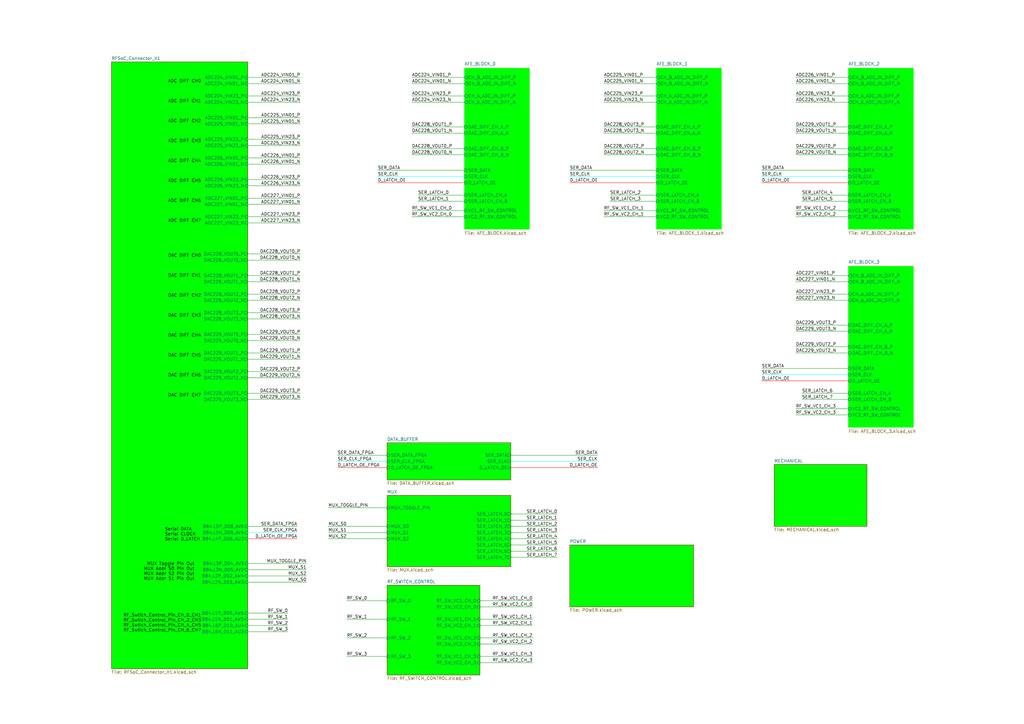
<source format=kicad_sch>
(kicad_sch (version 20250114) (generator "eeschema") (generator_version "9.0")
  (paper "A3")
  (title_block (title "Analog Front End ") (date "2025-04-16") (rev "1") (company "CERN") (comment 1 "Design by A. Jevtic"))
  (lib_symbols)
  (text "ADC DIFF CH0\n\n\n\nADC DIFF CH1\n\n\n\nADC DIFF CH2\n\n\n\nADC DIFF CH3\n\n\n\nADC DIFF CH4\n\n\n\nADC DIFF CH5\n\n\n\nADC DIFF CH6\n\n\n\nADC DIFF CH7\n\n\n\n\n\n\nDAC DIFF CH0\n\n\n\nDAC DIFF CH1\n\n\n\nDAC DIFF CH2\n\n\n\nDAC DIFF CH3\n\n\n\nDAC DIFF CH4\n\n\n\nDAC DIFF CH5\n\n\n\nDAC DIFF CH6\n\n\n\nDAC DIFF CH7" (at 75.692 97.79 0) (effects (font (size 1.27 1.27))))
  (text "RF_Swtich_Control_Pin_CH_0_CH1\nRF_Swtich_Control_Pin_CH_2_CH3\nRF_Swtich_Control_Pin_CH_4_CH5\nRF_Swtich_Control_Pin_CH_6_CH7" (at 50.546 255.524 0) (effects (font (size 1.27 1.27)) (justify left)))
  (text "Serial DATA\nSerial CLOCK\nSerial D_LATCH" (at 67.564 219.202 0) (effects (font (size 1.27 1.27)) (justify left)))
  (text "MUX Toggle Pin Out\nMUX Addr S0 Pin Out\nMUX Addr S2 Pin Out\nMUX Addr S1 Pin Out" (at 79.756 234.442 0) (effects (font (size 1.27 1.27)) (justify right)))
  (wire (pts (xy 121.92 215.9) (xy 101.6 215.9)))
  (wire (pts (xy 118.11 259.08) (xy 101.6 259.08)))
  (wire (pts (xy 125.73 238.76) (xy 101.6 238.76)))
  (wire (pts (xy 233.68 69.85) (xy 269.24 69.85)))
  (wire (pts (xy 209.55 215.9) (xy 228.6 215.9)))
  (wire (pts (xy 347.98 156.21) (xy 312.42 156.21)) (stroke (width 0) (color 255 0 0 1)))
  (wire (pts (xy 101.6 115.57) (xy 123.19 115.57)))
  (wire (pts (xy 209.55 210.82) (xy 228.6 210.82)))
  (wire (pts (xy 312.42 69.85) (xy 347.98 69.85)))
  (wire (pts (xy 209.55 213.36) (xy 228.6 213.36)))
  (wire (pts (xy 190.5 41.91) (xy 168.91 41.91)))
  (wire (pts (xy 101.6 163.83) (xy 123.19 163.83)))
  (wire (pts (xy 209.55 218.44) (xy 228.6 218.44)))
  (wire (pts (xy 154.94 69.85) (xy 190.5 69.85)))
  (wire (pts (xy 190.5 60.96) (xy 168.91 60.96)))
  (wire (pts (xy 101.6 34.29) (xy 123.19 34.29)))
  (wire (pts (xy 101.6 154.94) (xy 123.19 154.94)))
  (wire (pts (xy 138.43 191.77) (xy 158.75 191.77)) (stroke (width 0) (color 255 0 0 1)))
  (wire (pts (xy 101.6 88.9) (xy 123.19 88.9)))
  (wire (pts (xy 101.6 57.15) (xy 123.19 57.15)))
  (wire (pts (xy 101.6 147.32) (xy 123.19 147.32)))
  (wire (pts (xy 101.6 137.16) (xy 123.19 137.16)))
  (wire (pts (xy 134.62 218.44) (xy 158.75 218.44)))
  (wire (pts (xy 190.5 80.01) (xy 171.45 80.01)))
  (wire (pts (xy 209.55 191.77) (xy 245.11 191.77)) (stroke (width 0) (color 255 0 0 1)))
  (wire (pts (xy 245.11 189.23) (xy 209.55 189.23)) (stroke (width 0) (color 0 255 255 1)))
  (wire (pts (xy 347.98 52.07) (xy 326.39 52.07)))
  (wire (pts (xy 347.98 170.18) (xy 326.39 170.18)))
  (wire (pts (xy 138.43 186.69) (xy 158.75 186.69)))
  (wire (pts (xy 125.73 233.68) (xy 101.6 233.68)))
  (wire (pts (xy 125.73 231.14) (xy 101.6 231.14)))
  (wire (pts (xy 347.98 113.03) (xy 326.39 113.03)))
  (wire (pts (xy 101.6 64.77) (xy 123.19 64.77)))
  (wire (pts (xy 196.85 264.16) (xy 218.44 264.16)))
  (wire (pts (xy 101.6 81.28) (xy 123.19 81.28)))
  (wire (pts (xy 269.24 60.96) (xy 247.65 60.96)))
  (wire (pts (xy 245.11 186.69) (xy 209.55 186.69)))
  (wire (pts (xy 134.62 208.28) (xy 158.75 208.28)))
  (wire (pts (xy 233.68 72.39) (xy 269.24 72.39)) (stroke (width 0) (color 0 255 255 1)))
  (wire (pts (xy 209.55 223.52) (xy 228.6 223.52)))
  (wire (pts (xy 347.98 86.36) (xy 326.39 86.36)))
  (wire (pts (xy 101.6 104.14) (xy 123.19 104.14)))
  (wire (pts (xy 190.5 74.93) (xy 154.94 74.93)) (stroke (width 0) (color 255 0 0 1)))
  (wire (pts (xy 190.5 31.75) (xy 168.91 31.75)))
  (wire (pts (xy 312.42 151.13) (xy 347.98 151.13)))
  (wire (pts (xy 190.5 82.55) (xy 171.45 82.55)))
  (wire (pts (xy 101.6 152.4) (xy 123.19 152.4)))
  (wire (pts (xy 269.24 88.9) (xy 247.65 88.9)))
  (wire (pts (xy 347.98 34.29) (xy 326.39 34.29)))
  (wire (pts (xy 190.5 52.07) (xy 168.91 52.07)))
  (wire (pts (xy 196.85 248.92) (xy 218.44 248.92)))
  (wire (pts (xy 269.24 41.91) (xy 247.65 41.91)))
  (wire (pts (xy 269.24 31.75) (xy 247.65 31.75)))
  (wire (pts (xy 347.98 144.78) (xy 326.39 144.78)))
  (wire (pts (xy 347.98 39.37) (xy 326.39 39.37)))
  (wire (pts (xy 190.5 34.29) (xy 168.91 34.29)))
  (wire (pts (xy 347.98 123.19) (xy 326.39 123.19)))
  (wire (pts (xy 269.24 74.93) (xy 233.68 74.93)) (stroke (width 0) (color 255 0 0 1)))
  (wire (pts (xy 347.98 54.61) (xy 326.39 54.61)))
  (wire (pts (xy 196.85 261.62) (xy 218.44 261.62)))
  (wire (pts (xy 101.6 59.69) (xy 123.19 59.69)))
  (wire (pts (xy 196.85 256.54) (xy 218.44 256.54)))
  (wire (pts (xy 269.24 82.55) (xy 250.19 82.55)))
  (wire (pts (xy 101.6 67.31) (xy 123.19 67.31)))
  (wire (pts (xy 209.55 228.6) (xy 228.6 228.6)))
  (wire (pts (xy 196.85 271.78) (xy 218.44 271.78)))
  (wire (pts (xy 101.6 76.2) (xy 123.19 76.2)))
  (wire (pts (xy 134.62 215.9) (xy 158.75 215.9)))
  (wire (pts (xy 347.98 60.96) (xy 326.39 60.96)))
  (wire (pts (xy 134.62 220.98) (xy 158.75 220.98)))
  (wire (pts (xy 347.98 135.89) (xy 326.39 135.89)))
  (wire (pts (xy 269.24 54.61) (xy 247.65 54.61)))
  (wire (pts (xy 101.6 83.82) (xy 123.19 83.82)))
  (wire (pts (xy 101.6 41.91) (xy 123.19 41.91)))
  (wire (pts (xy 138.43 189.23) (xy 158.75 189.23)) (stroke (width 0) (color 0 255 255 1)))
  (wire (pts (xy 101.6 144.78) (xy 123.19 144.78)))
  (wire (pts (xy 121.92 220.98) (xy 101.6 220.98)) (stroke (width 0) (color 255 0 0 1)))
  (wire (pts (xy 196.85 254) (xy 218.44 254)))
  (wire (pts (xy 142.24 269.24) (xy 158.75 269.24)))
  (wire (pts (xy 118.11 251.46) (xy 101.6 251.46)))
  (wire (pts (xy 312.42 153.67) (xy 347.98 153.67)) (stroke (width 0) (color 0 255 255 1)))
  (wire (pts (xy 101.6 50.8) (xy 123.19 50.8)))
  (wire (pts (xy 142.24 246.38) (xy 158.75 246.38)))
  (wire (pts (xy 101.6 123.19) (xy 123.19 123.19)))
  (wire (pts (xy 101.6 130.81) (xy 123.19 130.81)))
  (wire (pts (xy 347.98 163.83) (xy 328.93 163.83)))
  (wire (pts (xy 101.6 39.37) (xy 123.19 39.37)))
  (wire (pts (xy 101.6 73.66) (xy 123.19 73.66)))
  (wire (pts (xy 101.6 48.26) (xy 123.19 48.26)))
  (wire (pts (xy 312.42 72.39) (xy 347.98 72.39)) (stroke (width 0) (color 0 255 255 1)))
  (wire (pts (xy 347.98 133.35) (xy 326.39 133.35)))
  (wire (pts (xy 269.24 63.5) (xy 247.65 63.5)))
  (wire (pts (xy 101.6 139.7) (xy 123.19 139.7)))
  (wire (pts (xy 101.6 113.03) (xy 123.19 113.03)))
  (wire (pts (xy 101.6 128.27) (xy 123.19 128.27)))
  (wire (pts (xy 196.85 269.24) (xy 218.44 269.24)))
  (wire (pts (xy 121.92 218.44) (xy 101.6 218.44)) (stroke (width 0) (color 0 255 255 1)))
  (wire (pts (xy 101.6 31.75) (xy 123.19 31.75)))
  (wire (pts (xy 101.6 106.68) (xy 123.19 106.68)))
  (wire (pts (xy 347.98 115.57) (xy 326.39 115.57)))
  (wire (pts (xy 118.11 256.54) (xy 101.6 256.54)))
  (wire (pts (xy 347.98 80.01) (xy 328.93 80.01)))
  (wire (pts (xy 269.24 34.29) (xy 247.65 34.29)))
  (wire (pts (xy 209.55 220.98) (xy 228.6 220.98)))
  (wire (pts (xy 347.98 41.91) (xy 326.39 41.91)))
  (wire (pts (xy 190.5 63.5) (xy 168.91 63.5)))
  (wire (pts (xy 142.24 254) (xy 158.75 254)))
  (wire (pts (xy 347.98 120.65) (xy 326.39 120.65)))
  (wire (pts (xy 154.94 72.39) (xy 190.5 72.39)) (stroke (width 0) (color 0 255 255 1)))
  (wire (pts (xy 347.98 142.24) (xy 326.39 142.24)))
  (wire (pts (xy 196.85 246.38) (xy 218.44 246.38)))
  (wire (pts (xy 125.73 236.22) (xy 101.6 236.22)))
  (wire (pts (xy 347.98 31.75) (xy 326.39 31.75)))
  (wire (pts (xy 101.6 120.65) (xy 123.19 120.65)))
  (wire (pts (xy 347.98 161.29) (xy 328.93 161.29)))
  (wire (pts (xy 190.5 88.9) (xy 168.91 88.9)))
  (wire (pts (xy 347.98 82.55) (xy 328.93 82.55)))
  (wire (pts (xy 269.24 52.07) (xy 247.65 52.07)))
  (wire (pts (xy 209.55 226.06) (xy 228.6 226.06)))
  (wire (pts (xy 190.5 86.36) (xy 168.91 86.36)))
  (wire (pts (xy 269.24 80.01) (xy 250.19 80.01)))
  (wire (pts (xy 190.5 54.61) (xy 168.91 54.61)))
  (wire (pts (xy 101.6 161.29) (xy 123.19 161.29)))
  (wire (pts (xy 142.24 261.62) (xy 158.75 261.62)))
  (wire (pts (xy 347.98 167.64) (xy 326.39 167.64)))
  (wire (pts (xy 269.24 39.37) (xy 247.65 39.37)))
  (wire (pts (xy 347.98 74.93) (xy 312.42 74.93)) (stroke (width 0) (color 255 0 0 1)))
  (wire (pts (xy 101.6 91.44) (xy 123.19 91.44)))
  (wire (pts (xy 118.11 254) (xy 101.6 254)))
  (wire (pts (xy 190.5 39.37) (xy 168.91 39.37)))
  (wire (pts (xy 269.24 86.36) (xy 247.65 86.36)))
  (wire (pts (xy 347.98 63.5) (xy 326.39 63.5)))
  (wire (pts (xy 347.98 88.9) (xy 326.39 88.9)))
  (label "ADC226_VIN01_P" (at 326.39 31.75 0))
  (label "RF_SW_VC1_CH_3" (at 326.39 167.64 0))
  (label "ADC227_VIN01_N" (at 326.39 115.57 0))
  (label "RF_SW_2" (at 118.11 256.54 180))
  (label "DAC228_VOUT1_P" (at 123.19 113.03 180))
  (label "ADC225_VIN23_N" (at 247.65 41.91 0))
  (label "DAC228_VOUT3_P" (at 247.65 52.07 0))
  (label "SER_LATCH_3" (at 250.19 82.55 0))
  (label "SER_CLK" (at 312.42 153.67 0))
  (label "SER_DATA" (at 312.42 151.13 0))
  (label "D_LATCH_OE" (at 154.94 74.93 0))
  (label "RF_SW_VC1_CH_0" (at 218.44 246.38 180))
  (label "SER_CLK" (at 154.94 72.39 0))
  (label "RF_SW_1" (at 118.11 254 180))
  (label "DAC228_VOUT0_P" (at 123.19 104.14 180))
  (label "RF_SW_VC1_CH_1" (at 247.65 86.36 0))
  (label "RF_SW_0" (at 142.24 246.38 0))
  (label "D_LATCH_OE" (at 245.11 191.77 180))
  (label "RF_SW_VC2_CH_2" (at 218.44 264.16 180))
  (label "DAC229_VOUT0_N" (at 123.19 139.7 180))
  (label "D_LATCH_OE" (at 233.68 74.93 0))
  (label "SER_CLK" (at 233.68 72.39 0))
  (label "DAC229_VOUT0_P" (at 123.19 137.16 180))
  (label "SER_LATCH_0" (at 171.45 80.01 0))
  (label "DAC229_VOUT1_N" (at 326.39 54.61 0))
  (label "ADC225_VIN01_P" (at 247.65 31.75 0))
  (label "ADC227_VIN01_P" (at 326.39 113.03 0))
  (label "DAC228_VOUT3_N" (at 247.65 54.61 0))
  (label "DAC228_VOUT2_N" (at 247.65 63.5 0))
  (label "RF_SW_VC2_CH_0" (at 218.44 248.92 180))
  (label "ADC224_VIN23_N" (at 123.19 41.91 180))
  (label "DAC229_VOUT2_N" (at 123.19 154.94 180))
  (label "ADC225_VIN23_N" (at 123.19 59.69 180))
  (label "MUX_S0" (at 134.62 215.9 0))
  (label "DAC229_VOUT0_N" (at 326.39 63.5 0))
  (label "SER_LATCH_1" (at 228.6 213.36 180))
  (label "SER_LATCH_6" (at 228.6 226.06 180))
  (label "DAC229_VOUT1_P" (at 326.39 52.07 0))
  (label "DAC229_VOUT2_P" (at 123.19 152.4 180))
  (label "ADC226_VIN01_P" (at 123.19 64.77 180))
  (label "ADC224_VIN23_N" (at 168.91 41.91 0))
  (label "DAC228_VOUT1_N" (at 168.91 54.61 0))
  (label "D_LATCH_OE_FPGA" (at 138.43 191.77 0))
  (label "ADC226_VIN23_N" (at 123.19 76.2 180))
  (label "RF_SW_VC2_CH_1" (at 247.65 88.9 0))
  (label "DAC229_VOUT1_N" (at 123.19 147.32 180))
  (label "RF_SW_VC1_CH_2" (at 326.39 86.36 0))
  (label "RF_SW_VC1_CH_0" (at 168.91 86.36 0))
  (label "RF_SW_VC2_CH_0" (at 168.91 88.9 0))
  (label "SER_LATCH_0" (at 228.6 210.82 180))
  (label "SER_LATCH_7" (at 328.93 163.83 0))
  (label "D_LATCH_OE_FPGA" (at 121.92 220.98 180))
  (label "MUX_S2" (at 134.62 220.98 0))
  (label "ADC227_VIN23_N" (at 326.39 123.19 0))
  (label "ADC224_VIN01_N" (at 123.19 34.29 180))
  (label "DAC228_VOUT0_P" (at 168.91 60.96 0))
  (label "SER_LATCH_2" (at 250.19 80.01 0))
  (label "SER_LATCH_4" (at 328.93 80.01 0))
  (label "ADC226_VIN23_N" (at 326.39 41.91 0))
  (label "RF_SW_VC2_CH_2" (at 326.39 88.9 0))
  (label "SER_CLK_FPGA" (at 138.43 189.23 0))
  (label "SER_LATCH_4" (at 228.6 220.98 180))
  (label "SER_LATCH_7" (at 228.6 228.6 180))
  (label "ADC226_VIN23_P" (at 123.19 73.66 180))
  (label "DAC228_VOUT2_P" (at 247.65 60.96 0))
  (label "SER_LATCH_1" (at 171.45 82.55 0))
  (label "D_LATCH_OE" (at 312.42 156.21 0))
  (label "ADC224_VIN01_P" (at 123.19 31.75 180))
  (label "DAC228_VOUT3_N" (at 123.19 130.81 180))
  (label "SER_LATCH_5" (at 328.93 82.55 0))
  (label "DAC229_VOUT1_P" (at 123.19 144.78 180))
  (label "RF_SW_VC1_CH_2" (at 218.44 261.62 180))
  (label "SER_DATA" (at 154.94 69.85 0))
  (label "DAC229_VOUT3_P" (at 123.19 161.29 180))
  (label "MUX_S1" (at 134.62 218.44 0))
  (label "RF_SW_0" (at 118.11 251.46 180))
  (label "RF_SW_VC2_CH_3" (at 218.44 271.78 180))
  (label "SER_DATA" (at 233.68 69.85 0))
  (label "SER_LATCH_2" (at 228.6 215.9 180))
  (label "ADC224_VIN01_N" (at 168.91 34.29 0))
  (label "SER_LATCH_5" (at 228.6 223.52 180))
  (label "ADC226_VIN23_P" (at 326.39 39.37 0))
  (label "ADC226_VIN01_N" (at 123.19 67.31 180))
  (label "RF_SW_3" (at 142.24 269.24 0))
  (label "MUX_TOGGLE_PIN" (at 125.73 231.14 180))
  (label "ADC224_VIN23_P" (at 168.91 39.37 0))
  (label "SER_DATA" (at 245.11 186.69 180))
  (label "SER_LATCH_3" (at 228.6 218.44 180))
  (label "DAC228_VOUT2_N" (at 123.19 123.19 180))
  (label "D_LATCH_OE" (at 312.42 74.93 0))
  (label "DAC229_VOUT3_P" (at 326.39 133.35 0))
  (label "ADC227_VIN23_P" (at 326.39 120.65 0))
  (label "MUX_TOGGLE_PIN" (at 134.62 208.28 0))
  (label "ADC224_VIN01_P" (at 168.91 31.75 0))
  (label "RF_SW_2" (at 142.24 261.62 0))
  (label "DAC228_VOUT0_N" (at 168.91 63.5 0))
  (label "RF_SW_VC1_CH_3" (at 218.44 269.24 180))
  (label "DAC228_VOUT1_P" (at 168.91 52.07 0))
  (label "SER_DATA_FPGA" (at 121.92 215.9 180))
  (label "ADC225_VIN01_P" (at 123.19 48.26 180))
  (label "ADC225_VIN01_N" (at 123.19 50.8 180))
  (label "SER_LATCH_6" (at 328.93 161.29 0))
  (label "RF_SW_VC2_CH_1" (at 218.44 256.54 180))
  (label "ADC227_VIN01_N" (at 123.19 83.82 180))
  (label "MUX_S2" (at 125.73 236.22 180))
  (label "ADC225_VIN23_P" (at 123.19 57.15 180))
  (label "RF_SW_1" (at 142.24 254 0))
  (label "DAC229_VOUT0_P" (at 326.39 60.96 0))
  (label "ADC227_VIN23_P" (at 123.19 88.9 180))
  (label "DAC229_VOUT3_N" (at 123.19 163.83 180))
  (label "ADC227_VIN01_P" (at 123.19 81.28 180))
  (label "DAC228_VOUT0_N" (at 123.19 106.68 180))
  (label "RF_SW_VC1_CH_1" (at 218.44 254 180))
  (label "DAC229_VOUT2_P" (at 326.39 142.24 0))
  (label "DAC228_VOUT2_P" (at 123.19 120.65 180))
  (label "SER_CLK" (at 245.11 189.23 180))
  (label "DAC229_VOUT3_N" (at 326.39 135.89 0))
  (label "RF_SW_VC2_CH_3" (at 326.39 170.18 0))
  (label "DAC228_VOUT3_P" (at 123.19 128.27 180))
  (label "ADC227_VIN23_N" (at 123.19 91.44 180))
  (label "SER_DATA" (at 312.42 69.85 0))
  (label "ADC224_VIN23_P" (at 123.19 39.37 180))
  (label "RF_SW_3" (at 118.11 259.08 180))
  (label "MUX_S1" (at 125.73 233.68 180))
  (label "MUX_S0" (at 125.73 238.76 180))
  (label "ADC225_VIN01_N" (at 247.65 34.29 0))
  (label "SER_CLK" (at 312.42 72.39 0))
  (label "SER_CLK_FPGA" (at 121.92 218.44 180))
  (label "SER_DATA_FPGA" (at 138.43 186.69 0))
  (label "DAC229_VOUT2_N" (at 326.39 144.78 0))
  (label "ADC225_VIN23_P" (at 247.65 39.37 0))
  (label "DAC228_VOUT1_N" (at 123.19 115.57 180))
  (label "ADC226_VIN01_N" (at 326.39 34.29 0))
  (sheet (at 158.75 181.61) (size 50.8 15.24) (stroke (width 0.1524)) (fill (color 0 255 0 1.0000))
    (property "Sheetname" "DATA_BUFFER" (at 158.75 180.8984 0) (effects (justify left bottom)))
    (property "Sheetfile" "DATA_BUFFER.kicad_sch" (at 158.75 197.4346 0) (effects (justify left top)))
    (pin "D_LATCH_OE" output (at 209.55 191.77 0))
    (pin "SER_DATA_FPGA" input (at 158.75 186.69 180))
    (pin "SER_CLK_FPGA" input (at 158.75 189.23 180))
    (pin "SER_CLK" output (at 209.55 189.23 0))
    (pin "SER_DATA" output (at 209.55 186.69 0))
    (pin "D_LATCH_OE_FPGA" input (at 158.75 191.77 180))
  )
  (sheet (at 317.5 190.5) (size 38.1 25.4) (stroke (width 0.1524)) (fill (color 0 255 0 1.0000))
    (property "Sheetname" "MECHANICAL" (at 317.5 189.7884 0) (effects (justify left bottom)))
    (property "Sheetfile" "MECHANICAL.kicad_sch" (at 317.5 216.4846 0) (effects (justify left top)))
  )
  (sheet (at 158.75 203.2) (size 50.8 29.21) (stroke (width 0.1524)) (fill (color 0 255 0 1.0000))
    (property "Sheetname" "MUX" (at 158.75 202.4884 0) (effects (justify left bottom)))
    (property "Sheetfile" "MUX.kicad_sch" (at 158.75 232.9946 0) (effects (justify left top)))
    (pin "SER_LATCH_6" output (at 209.55 226.06 0))
    (pin "SER_LATCH_4" output (at 209.55 220.98 0))
    (pin "MUX_S0" input (at 158.75 215.9 180))
    (pin "MUX_S2" input (at 158.75 220.98 180))
    (pin "SER_LATCH_0" output (at 209.55 210.82 0))
    (pin "SER_LATCH_7" output (at 209.55 228.6 0))
    (pin "SER_LATCH_5" output (at 209.55 223.52 0))
    (pin "MUX_TOGGLE_PIN" input (at 158.75 208.28 180))
    (pin "SER_LATCH_2" output (at 209.55 215.9 0))
    (pin "SER_LATCH_1" output (at 209.55 213.36 0))
    (pin "SER_LATCH_3" output (at 209.55 218.44 0))
    (pin "MUX_S1" input (at 158.75 218.44 180))
  )
  (sheet (at 233.68 223.52) (size 50.8 25.4) (stroke (width 0.1524)) (fill (color 0 255 0 1.0000))
    (property "Sheetname" "POWER" (at 233.68 222.8084 0) (effects (justify left bottom)))
    (property "Sheetfile" "POWER.kicad_sch" (at 233.68 249.5046 0) (effects (justify left top)))
  )
  (sheet (at 45.72 25.4) (size 55.88 248.92) (stroke (width 0.1524)) (fill (color 0 255 0 1.0000))
    (property "Sheetname" "RFSoC_Connector_X1" (at 45.72 24.6884 0) (effects (justify left bottom)))
    (property "Sheetfile" "RFSoC_Connector_X1.kicad_sch" (at 45.72 274.9046 0) (effects (justify left top)))
    (pin "B84.L5P_D08_AV6" input (at 101.6 215.9 0))
    (pin "B84.L4P_D06_AU2" input (at 101.6 220.98 0))
    (pin "B84.L5N_D09_AV5" input (at 101.6 218.44 0))
    (pin "B84.L2P_D02_AW4" input (at 101.6 236.22 0))
    (pin "B84.L3N_D05_AV2" input (at 101.6 233.68 0))
    (pin "B84.L2N_D03_AW3" input (at 101.6 238.76 0))
    (pin "B84.L3P_D04_AV3" input (at 101.6 231.14 0))
    (pin "B84.L6P_D10_AU4" input (at 101.6 256.54 0))
    (pin "B84.L1P_D00_AW6" input (at 101.6 251.46 0))
    (pin "B84.L1N_D01_AW5" input (at 101.6 254 0))
    (pin "B84.L6N_D11_AU3" input (at 101.6 259.08 0))
    (pin "ADC224_VIN23_N" input (at 101.6 41.91 0))
    (pin "ADC225_VIN23_N" input (at 101.6 59.69 0))
    (pin "ADC225_VIN01_P" input (at 101.6 48.26 0))
    (pin "ADC224_VIN01_N" input (at 101.6 34.29 0))
    (pin "ADC227_VIN23_P" input (at 101.6 88.9 0))
    (pin "ADC226_VIN01_N" input (at 101.6 67.31 0))
    (pin "ADC227_VIN01_P" input (at 101.6 81.28 0))
    (pin "ADC227_VIN01_N" input (at 101.6 83.82 0))
    (pin "ADC226_VIN23_N" input (at 101.6 76.2 0))
    (pin "ADC226_VIN23_P" input (at 101.6 73.66 0))
    (pin "ADC224_VIN01_P" input (at 101.6 31.75 0))
    (pin "ADC227_VIN23_N" input (at 101.6 91.44 0))
    (pin "ADC224_VIN23_P" input (at 101.6 39.37 0))
    (pin "ADC225_VIN01_N" input (at 101.6 50.8 0))
    (pin "ADC225_VIN23_P" input (at 101.6 57.15 0))
    (pin "ADC226_VIN01_P" input (at 101.6 64.77 0))
    (pin "DAC228_VOUT1_N" output (at 101.6 115.57 0))
    (pin "DAC228_VOUT0_N" output (at 101.6 106.68 0))
    (pin "DAC228_VOUT1_P" output (at 101.6 113.03 0))
    (pin "DAC228_VOUT0_P" output (at 101.6 104.14 0))
    (pin "DAC228_VOUT2_N" output (at 101.6 123.19 0))
    (pin "DAC229_VOUT2_N" output (at 101.6 154.94 0))
    (pin "DAC229_VOUT3_P" output (at 101.6 161.29 0))
    (pin "DAC229_VOUT2_P" output (at 101.6 152.4 0))
    (pin "DAC228_VOUT3_N" output (at 101.6 130.81 0))
    (pin "DAC229_VOUT1_N" output (at 101.6 147.32 0))
    (pin "DAC229_VOUT3_N" output (at 101.6 163.83 0))
    (pin "DAC229_VOUT1_P" output (at 101.6 144.78 0))
    (pin "DAC229_VOUT0_P" output (at 101.6 137.16 0))
    (pin "DAC228_VOUT2_P" output (at 101.6 120.65 0))
    (pin "DAC229_VOUT0_N" output (at 101.6 139.7 0))
    (pin "DAC228_VOUT3_P" output (at 101.6 128.27 0))
  )
  (sheet (at 269.24 27.94) (size 26.67 66.04) (stroke (width 0.1524) (color 0 255 0 1)) (fill (color 0 255 0 1.0000))
    (property "Sheetname" "AFE_BLOCK_1" (at 269.24 26.9236 0) (effects (justify left bottom)))
    (property "Sheetfile" "AFE_BLOCK_1.kicad_sch" (at 269.24 94.8694 0) (effects (justify left top)))
    (pin "DAC_DIFF_CH_A_P" input (at 269.24 52.07 180))
    (pin "CH_A_ADC_IN_DIFF_N" output (at 269.24 41.91 180))
    (pin "DAC_DIFF_CH_B_N" input (at 269.24 63.5 180))
    (pin "DAC_DIFF_CH_A_N" input (at 269.24 54.61 180))
    (pin "CH_A_ADC_IN_DIFF_P" output (at 269.24 39.37 180))
    (pin "DAC_DIFF_CH_B_P" input (at 269.24 60.96 180))
    (pin "CH_B_ADC_IN_DIFF_P" output (at 269.24 31.75 180))
    (pin "CH_B_ADC_IN_DIFF_N" output (at 269.24 34.29 180))
    (pin "VC2_RF_SW_CONTROL" input (at 269.24 88.9 180))
    (pin "VC1_RF_SW_CONTROL" input (at 269.24 86.36 180))
    (pin "SER_CLK" input (at 269.24 72.39 180))
    (pin "SER_DATA" input (at 269.24 69.85 180))
    (pin "SER_LATCH_CH_A" input (at 269.24 80.01 180))
    (pin "SER_LATCH_CH_B" input (at 269.24 82.55 180))
    (pin "D_LATCH_OE" input (at 269.24 74.93 180))
  )
  (sheet (at 347.98 109.22) (size 26.67 66.04) (stroke (width 0.1524) (color 0 255 0 1)) (fill (color 0 255 0 1.0000))
    (property "Sheetname" "AFE_BLOCK_3" (at 347.98 108.2036 0) (effects (justify left bottom)))
    (property "Sheetfile" "AFE_BLOCK_3.kicad_sch" (at 347.98 176.1494 0) (effects (justify left top)))
    (pin "DAC_DIFF_CH_A_P" input (at 347.98 133.35 180))
    (pin "CH_A_ADC_IN_DIFF_N" output (at 347.98 123.19 180))
    (pin "DAC_DIFF_CH_B_N" input (at 347.98 144.78 180))
    (pin "DAC_DIFF_CH_A_N" input (at 347.98 135.89 180))
    (pin "CH_A_ADC_IN_DIFF_P" output (at 347.98 120.65 180))
    (pin "DAC_DIFF_CH_B_P" input (at 347.98 142.24 180))
    (pin "CH_B_ADC_IN_DIFF_P" output (at 347.98 113.03 180))
    (pin "CH_B_ADC_IN_DIFF_N" output (at 347.98 115.57 180))
    (pin "VC2_RF_SW_CONTROL" input (at 347.98 170.18 180))
    (pin "VC1_RF_SW_CONTROL" input (at 347.98 167.64 180))
    (pin "SER_CLK" input (at 347.98 153.67 180))
    (pin "SER_DATA" input (at 347.98 151.13 180))
    (pin "SER_LATCH_CH_A" input (at 347.98 161.29 180))
    (pin "SER_LATCH_CH_B" input (at 347.98 163.83 180))
    (pin "D_LATCH_OE" input (at 347.98 156.21 180))
  )
  (sheet (at 190.5 27.94) (size 26.67 66.04) (stroke (width 0.1524) (color 0 255 0 1)) (fill (color 0 255 0 1.0000))
    (property "Sheetname" "AFE_BLOCK_0" (at 190.5 26.9236 0) (effects (justify left bottom)))
    (property "Sheetfile" "AFE_BLOCK.kicad_sch" (at 190.5 94.8694 0) (effects (justify left top)))
    (pin "DAC_DIFF_CH_A_P" input (at 190.5 52.07 180))
    (pin "CH_A_ADC_IN_DIFF_N" output (at 190.5 41.91 180))
    (pin "DAC_DIFF_CH_B_N" input (at 190.5 63.5 180))
    (pin "DAC_DIFF_CH_A_N" input (at 190.5 54.61 180))
    (pin "CH_A_ADC_IN_DIFF_P" output (at 190.5 39.37 180))
    (pin "DAC_DIFF_CH_B_P" input (at 190.5 60.96 180))
    (pin "CH_B_ADC_IN_DIFF_P" output (at 190.5 31.75 180))
    (pin "CH_B_ADC_IN_DIFF_N" output (at 190.5 34.29 180))
    (pin "VC2_RF_SW_CONTROL" input (at 190.5 88.9 180))
    (pin "VC1_RF_SW_CONTROL" input (at 190.5 86.36 180))
    (pin "SER_CLK" input (at 190.5 72.39 180))
    (pin "SER_DATA" input (at 190.5 69.85 180))
    (pin "SER_LATCH_CH_A" input (at 190.5 80.01 180))
    (pin "SER_LATCH_CH_B" input (at 190.5 82.55 180))
    (pin "D_LATCH_OE" input (at 190.5 74.93 180))
  )
  (sheet (at 158.75 240.03) (size 38.1 36.83) (stroke (width 0.1524)) (fill (color 0 255 0 1.0000))
    (property "Sheetname" "RF_SWITCH_CONTROL" (at 158.75 239.3184 0) (effects (justify left bottom)))
    (property "Sheetfile" "RF_SWITCH_CONTROL.kicad_sch" (at 158.75 277.4446 0) (effects (justify left top)))
    (pin "RF_SW_VC1_CH_2" input (at 196.85 261.62 0))
    (pin "RF_SW_VC2_CH_2" input (at 196.85 264.16 0))
    (pin "RF_SW_3" input (at 158.75 269.24 180))
    (pin "RF_SW_VC1_CH_3" input (at 196.85 269.24 0))
    (pin "RF_SW_VC2_CH_3" input (at 196.85 271.78 0))
    (pin "RF_SW_2" input (at 158.75 261.62 180))
    (pin "RF_SW_1" input (at 158.75 254 180))
    (pin "RF_SW_0" input (at 158.75 246.38 180))
    (pin "RF_SW_VC1_CH_0" input (at 196.85 246.38 0))
    (pin "RF_SW_VC1_CH_1" input (at 196.85 254 0))
    (pin "RF_SW_VC2_CH_0" input (at 196.85 248.92 0))
    (pin "RF_SW_VC2_CH_1" input (at 196.85 256.54 0))
  )
  (sheet (at 347.98 27.94) (size 26.67 66.04) (stroke (width 0.1524) (color 0 255 0 1)) (fill (color 0 255 0 1.0000))
    (property "Sheetname" "AFE_BLOCK_2" (at 347.98 26.9236 0) (effects (justify left bottom)))
    (property "Sheetfile" "AFE_BLOCK_2.kicad_sch" (at 347.98 94.8694 0) (effects (justify left top)))
    (pin "DAC_DIFF_CH_A_P" input (at 347.98 52.07 180))
    (pin "CH_A_ADC_IN_DIFF_N" output (at 347.98 41.91 180))
    (pin "DAC_DIFF_CH_B_N" input (at 347.98 63.5 180))
    (pin "DAC_DIFF_CH_A_N" input (at 347.98 54.61 180))
    (pin "CH_A_ADC_IN_DIFF_P" output (at 347.98 39.37 180))
    (pin "DAC_DIFF_CH_B_P" input (at 347.98 60.96 180))
    (pin "CH_B_ADC_IN_DIFF_P" output (at 347.98 31.75 180))
    (pin "CH_B_ADC_IN_DIFF_N" output (at 347.98 34.29 180))
    (pin "VC2_RF_SW_CONTROL" input (at 347.98 88.9 180))
    (pin "VC1_RF_SW_CONTROL" input (at 347.98 86.36 180))
    (pin "SER_CLK" input (at 347.98 72.39 180))
    (pin "SER_DATA" input (at 347.98 69.85 180))
    (pin "SER_LATCH_CH_A" input (at 347.98 80.01 180))
    (pin "SER_LATCH_CH_B" input (at 347.98 82.55 180))
    (pin "D_LATCH_OE" input (at 347.98 74.93 180))
  )
)
</source>
